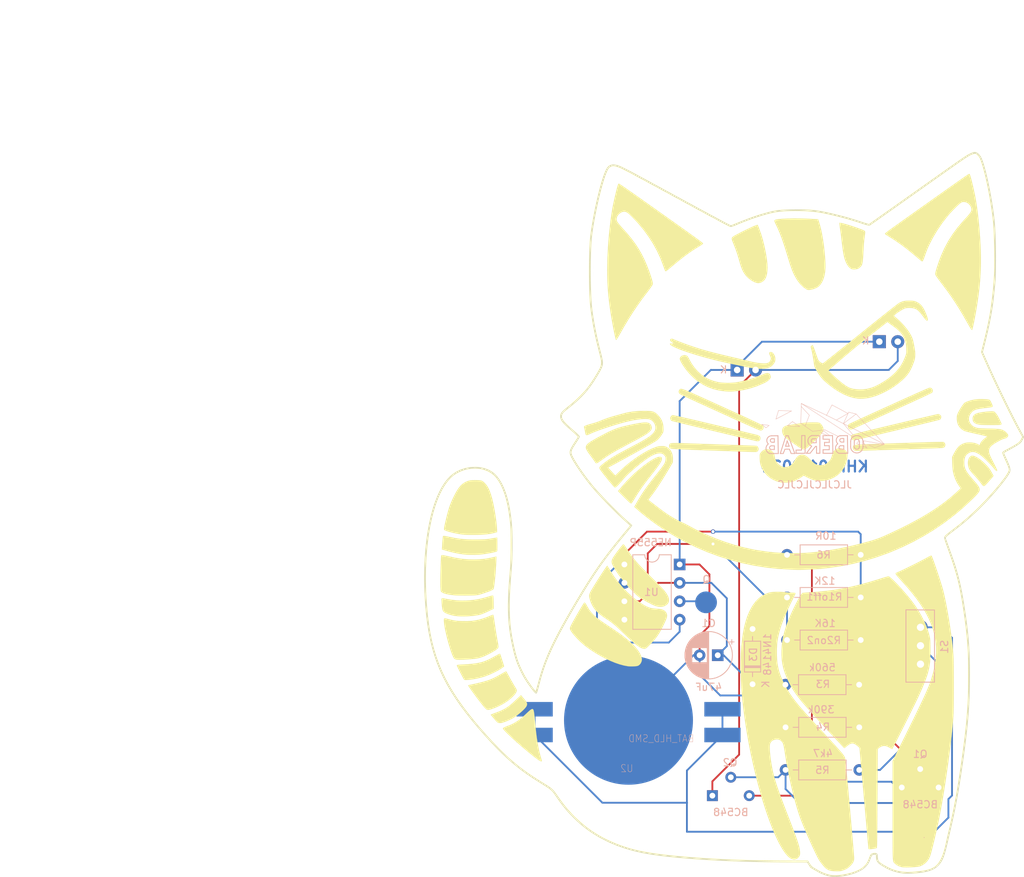
<source format=kicad_pcb>
(kicad_pcb (version 20240108) (generator "pcbnew") (generator_version "8.0")
  (layers (0 "F.Cu" signal) (31 "B.Cu" signal) (34 "B.Paste" user) (35 "F.Paste" user) (36 "B.SilkS" user "B.Silkscreen") (37 "F.SilkS" user "F.Silkscreen") (38 "B.Mask" user) (39 "F.Mask" user) (44 "Edge.Cuts" user))
  (net 0 "")
  (net 1 "Net-(D3-K)")
  (net 2 "Net-(D1-K)")
  (net 3 "Net-(D1-A)")
  (net 4 "Net-(D3-A)")
  (net 5 "Net-(Q1-B)")
  (net 6 "Net-(Q1-C)")
  (net 7 "Net-(Q2-C)")
  (net 8 "Net-(S1-E)")
  (net 9 "Net-(S1-A-Pad1)")
  (net 11 "unconnected-(U1-Q-Pad3)")
  (footprint "LOGO" (layer "F.Cu") (at -18 15.7)
    (property "Reference" "G***" (hide yes))
    (property "Value" "LOGO" (hide yes))
  )
  (footprint "!Goody:LED_D3.0mm" (layer "F.Cu") (at 100.425 61.415)
    (property "Reference" "D2" (hide yes))
    (property "Value" "LED")
  )
  (footprint "!Goody:ob-logo_B.SilkS" (layer "F.Cu") (at 98 90.765)
    (property "Reference" "G***" (hide yes))
    (property "Value" "LOGO" (hide yes))
  )
  (footprint "!Goody:TO-92L_Wide" (layer "F.Cu") (at 77.41 124.04)
    (property "Reference" "Q2" (hide yes))
    (property "Value" "BC107" (hide yes))
  )
  (footprint "!Goody:TO-92L_Wide" (layer "F.Cu") (at 103.52 122.91)
    (property "Reference" "Q1")
    (property "Value" "BC107")
  )
  (footprint "LOGO" (layer "F.Cu") (at 83.835589 83.92441)
    (property "Reference" "G***" (hide yes))
    (property "Value" "LOGO" (hide yes))
  )
  (footprint "!Goody:LED_D3.0mm" (layer "F.Cu") (at 80.825 65.315)
    (property "Reference" "D1" (hide yes))
    (property "Value" "LED")
  )
  (footprint "LOGO" (layer "F.Cu") (at 83.835589 83.92441)
    (property "Reference" "G***" (hide yes))
    (property "Value" "LOGO" (hide yes))
  )
  (footprint "Resistor_THT:R_Axial_DIN0207_L6.3mm_D2.5mm_P10.16mm_Horizontal" (layer "B.Cu") (at 97.86 90.815 180)
    (property "Reference" "R6")
    (property "Value" "10R")
  )
  (footprint "Resistor_THT:R_Axial_DIN0207_L6.3mm_D2.5mm_P10.16mm_Horizontal" (layer "B.Cu") (at 87.48376 108.7316)
    (property "Reference" "R3")
    (property "Value" "560k")
  )
  (footprint "Diode_THT:D_DO-35_SOD27_P7.62mm_Horizontal" (layer "B.Cu") (at 82.95 108.665 90)
    (property "Reference" "D3")
    (property "Value" "1N4148")
  )
  (footprint "!Goody:Micro_SchalterKHF" (layer "B.Cu") (at 106.1 100.815 -90)
    (property "Reference" "S1")
    (property "Value" "Micro_Schalter")
  )
  (footprint "Resistor_THT:R_Axial_DIN0207_L6.3mm_D2.5mm_P10.16mm_Horizontal" (layer "B.Cu") (at 97.66 120.4872 180)
    (property "Reference" "R5")
    (property "Value" "4k7")
  )
  (footprint "!Goody:BAT-HLD-SMD-Blech" (layer "B.Cu") (at 65.846 113.639 180)
    (property "Reference" "U2")
    (property "Value" "BAT_HLD_SMD")
  )
  (footprint "Resistor_THT:R_Axial_DIN0207_L6.3mm_D2.5mm_P10.16mm_Horizontal" (layer "B.Cu") (at 97.86 102.5706 180)
    (property "Reference" "R2on2")
    (property "Value" "16K")
  )
  (footprint "Resistor_THT:R_Axial_DIN0207_L6.3mm_D2.5mm_P10.16mm_Horizontal" (layer "B.Cu") (at 97.86 96.6928 180)
    (property "Reference" "R1off1")
    (property "Value" "12K")
  )
  (footprint "Resistor_THT:R_Axial_DIN0207_L6.3mm_D2.5mm_P10.16mm_Horizontal" (layer "B.Cu") (at 97.66 114.6094 180)
    (property "Reference" "R4")
    (property "Value" "390k")
  )
  (footprint "Package_DIP:DIP-8_W7.62mm" (layer "B.Cu") (at 72.9 92.145 180)
    (property "Reference" "U1")
    (property "Value" "NE555P")
  )
  (footprint "Capacitor_THT:CP_Radial_D6.3mm_P2.50mm" (layer "B.Cu") (at 78.15 104.665 180)
    (property "Reference" "C1")
    (property "Value" "47uF")
  )
  (footprint "!Goody:LP" (layer "B.Cu") (at 76.54 97.37 180)
    (property "Reference" "Q")
    (property "Value" "LP")
  )
  (gr_line (start 46.498289 79.16861) (end 46.875789 79.37221) (stroke (width 0.1)) (layer "Edge.Cuts"))
  (gr_line (start 62.204589 64.51351) (end 62.214189 64.34391) (stroke (width 0.1)) (layer "Edge.Cuts"))
  (gr_line (start 58.300589 126.99981) (end 57.695189 126.36191) (stroke (width 0.1)) (layer "Edge.Cuts"))
  (gr_line (start 48.944389 82.62171) (end 49.146389 83.34751) (stroke (width 0.1)) (layer "Edge.Cuts"))
  (gr_line (start 61.507589 61.25471) (end 61.232089 59.96431) (stroke (width 0.1)) (layer "Edge.Cuts"))
  (gr_line (start 46.094289 79.00891) (end 46.498289 79.16861) (stroke (width 0.1)) (layer "Edge.Cuts"))
  (gr_line (start 63.530389 37.09217) (end 63.655889 37.0662) (stroke (width 0.1)) (layer "Edge.Cuts"))
  (gr_line (start 60.695889 46.88861) (end 60.749989 46.44421) (stroke (width 0.1)) (layer "Edge.Cuts"))
  (gr_line (start 107.235589 134.36541) (end 106.830889 134.46441) (stroke (width 0.1)) (layer "Edge.Cuts"))
  (gr_line (start 37.849049 91.57551) (end 37.943089 90.22951) (stroke (width 0.1)) (layer "Edge.Cuts"))
  (gr_line (start 57.703889 99.01921) (end 58.834089 97.08991) (stroke (width 0.1)) (layer "Edge.Cuts"))
  (gr_line (start 111.887789 119.24001) (end 111.420889 122.36911) (stroke (width 0.1)) (layer "Edge.Cuts"))
  (gr_line (start 43.853289 78.85491) (end 44.314389 78.80091) (stroke (width 0.1)) (layer "Edge.Cuts"))
  (gr_line (start 58.983789 74.60851) (end 59.028089 74.50131) (stroke (width 0.1)) (layer "Edge.Cuts"))
  (gr_line (start 49.765989 88.79941) (end 49.767189 89.86981) (stroke (width 0.1)) (layer "Edge.Cuts"))
  (gr_line (start 63.944089 37.07227) (end 64.115789 37.10732) (stroke (width 0.1)) (layer "Edge.Cuts"))
  (gr_line (start 91.056989 43.33831) (end 91.897489 43.42791) (stroke (width 0.1)) (layer "Edge.Cuts"))
  (gr_line (start 51.175889 107.04941) (end 51.379689 107.43921) (stroke (width 0.1)) (layer "Edge.Cuts"))
  (gr_line (start 65.608089 86.22561) (end 65.078789 85.75311) (stroke (width 0.1)) (layer "Edge.Cuts"))
  (gr_line (start 118.411089 79.20631) (end 118.372789 79.33761) (stroke (width 0.1)) (layer "Edge.Cuts"))
  (gr_line (start 49.767189 89.86981) (end 49.738389 90.98031) (stroke (width 0.1)) (layer "Edge.Cuts"))
  (gr_line (start 61.232089 59.96431) (end 60.982689 58.58871) (stroke (width 0.1)) (layer "Edge.Cuts"))
  (gr_line (start 120.072489 74.97741) (end 120.005889 75.09951) (stroke (width 0.1)) (layer "Edge.Cuts"))
  (gr_line (start 109.366589 132.04741) (end 109.182089 132.54341) (stroke (width 0.1)) (layer "Edge.Cuts"))
  (gr_line (start 112.823689 107.44661) (end 112.812989 108.88261) (stroke (width 0.1)) (layer "Edge.Cuts"))
  (gr_line (start 56.649589 71.31761) (end 56.717089 71.20691) (stroke (width 0.1)) (layer "Edge.Cuts"))
  (gr_line (start 49.247789 118.88941) (end 48.376089 118.06851) (stroke (width 0.1)) (layer "Edge.Cuts"))
  (gr_line (start 52.008589 108.45601) (end 52.500489 109.14381) (stroke (width 0.1)) (layer "Edge.Cuts"))
  (gr_line (start 60.579389 54.81041) (end 60.535389 53.32571) (stroke (width 0.1)) (layer "Edge.Cuts"))
  (gr_line (start 97.404589 44.79381) (end 97.877389 44.95991) (stroke (width 0.1)) (layer "Edge.Cuts"))
  (gr_line (start 112.797189 105.16001) (end 112.817289 106.24331) (stroke (width 0.1)) (layer "Edge.Cuts"))
  (gr_line (start 47.531889 79.91221) (end 47.702689 80.10951) (stroke (width 0.1)) (layer "Edge.Cuts"))
  (gr_line (start 40.318089 81.32161) (end 40.538589 80.98231) (stroke (width 0.1)) (layer "Edge.Cuts"))
  (gr_line (start 56.539789 71.75251) (end 56.563889 71.57021) (stroke (width 0.1)) (layer "Edge.Cuts"))
  (gr_line (start 47.702689 80.10951) (end 47.866889 80.32391) (stroke (width 0.1)) (layer "Edge.Cuts"))
  (gr_line (start 116.338789 53.08921) (end 116.147689 55.00491) (stroke (width 0.1)) (layer "Edge.Cuts"))
  (gr_line (start 101.910889 134.20141) (end 101.451189 133.97841) (stroke (width 0.1)) (layer "Edge.Cuts"))
  (gr_line (start 99.273189 132.31441) (end 99.189489 132.52841) (stroke (width 0.1)) (layer "Edge.Cuts"))
  (gr_line (start 97.123589 134.63041) (end 96.674489 134.77941) (stroke (width 0.1)) (layer "Edge.Cuts"))
  (gr_line (start 90.872189 133.67141) (end 90.760289 133.51041) (stroke (width 0.1)) (layer "Edge.Cuts"))
  (gr_line (start 112.184589 36.0373) (end 112.779689 35.66872) (stroke (width 0.1)) (layer "Edge.Cuts"))
  (gr_line (start 60.520289 51.74591) (end 60.534189 50.16931) (stroke (width 0.1)) (layer "Edge.Cuts"))
  (gr_line (start 118.202289 79.67281) (end 117.881189 80.14711) (stroke (width 0.1)) (layer "Edge.Cuts"))
  (gr_line (start 51.948889 121.03851) (end 51.014489 120.35801) (stroke (width 0.1)) (layer "Edge.Cuts"))
  (gr_line (start 110.474189 127.37491) (end 110.178489 128.66351) (stroke (width 0.1)) (layer "Edge.Cuts"))
  (gr_line (start 90.139689 43.28061) (end 91.056989 43.33831) (stroke (width 0.1)) (layer "Edge.Cuts"))
  (gr_line (start 60.753989 57.10021) (end 60.699489 56.64351) (stroke (width 0.1)) (layer "Edge.Cuts"))
  (gr_line (start 55.043789 123.03071) (end 54.779789 122.84541) (stroke (width 0.1)) (layer "Edge.Cuts"))
  (gr_line (start 59.028089 74.50131) (end 58.939589 74.39151) (stroke (width 0.1)) (layer "Edge.Cuts"))
  (gr_line (start 63.792289 37.05906) (end 63.944089 37.07227) (stroke (width 0.1)) (layer "Edge.Cuts"))
  (gr_line (start 49.492389 100.79351) (end 49.572989 101.41851) (stroke (width 0.1)) (layer "Edge.Cuts"))
  (gr_line (start 114.997789 83.55161) (end 114.126689 84.43101) (stroke (width 0.1)) (layer "Edge.Cuts"))
  (gr_line (start 116.415289 49.00821) (end 116.424589 50.26611) (stroke (width 0.1)) (layer "Edge.Cuts"))
  (gr_line (start 61.054889 81.60181) (end 60.612589 81.07201) (stroke (width 0.1)) (layer "Edge.Cuts"))
  (gr_line (start 107.603089 134.23941) (end 107.235589 134.36541) (stroke (width 0.1)) (layer "Edge.Cuts"))
  (gr_line (start 117.881189 80.14711) (end 117.378689 80.81151) (stroke (width 0.1)) (layer "Edge.Cuts"))
  (gr_line (start 60.648989 47.42001) (end 60.695889 46.88861) (stroke (width 0.1)) (layer "Edge.Cuts"))
  (gr_line (start 98.945689 133.18141) (end 98.844089 133.36541) (stroke (width 0.1)) (layer "Edge.Cuts"))
  (gr_line (start 66.869989 131.65741) (end 65.942089 131.40941) (stroke (width 0.1)) (layer "Edge.Cuts"))
  (gr_line (start 102.180889 134.31141) (end 101.910889 134.20141) (stroke (width 0.1)) (layer "Edge.Cuts"))
  (gr_line (start 50.120689 119.64711) (end 49.247789 118.88941) (stroke (width 0.1)) (layer "Edge.Cuts"))
  (gr_line (start 116.424589 50.26611) (end 116.415689 51.42211) (stroke (width 0.1)) (layer "Edge.Cuts"))
  (gr_line (start 102.078189 43.16791) (end 106.328589 40.15771) (stroke (width 0.1)) (layer "Edge.Cuts"))
  (gr_line (start 99.371789 132.18141) (end 99.319089 132.23941) (stroke (width 0.1)) (layer "Edge.Cuts"))
  (gr_line (start 110.018989 87.88331) (end 109.682189 88.17141) (stroke (width 0.1)) (layer "Edge.Cuts"))
  (gr_line (start 58.436889 75.46741) (end 58.857489 74.82641) (stroke (width 0.1)) (layer "Edge.Cuts"))
  (gr_line (start 112.623489 112.94441) (end 112.497589 114.34611) (stroke (width 0.1)) (layer "Edge.Cuts"))
  (gr_line (start 56.717089 71.20691) (end 56.819389 71.08781) (stroke (width 0.1)) (layer "Edge.Cuts"))
  (gr_line (start 102.477089 134.41541) (end 102.180889 134.31141) (stroke (width 0.1)) (layer "Edge.Cuts"))
  (gr_line (start 119.687389 75.43871) (end 119.314789 75.69041) (stroke (width 0.1)) (layer "Edge.Cuts"))
  (gr_line (start 62.214189 64.34391) (end 62.205789 64.16291) (stroke (width 0.1)) (layer "Edge.Cuts"))
  (gr_line (start 49.146389 83.34751) (end 49.320789 84.12931) (stroke (width 0.1)) (layer "Edge.Cuts"))
  (gr_line (start 61.630989 41.73941) (end 61.966089 40.38021) (stroke (width 0.1)) (layer "Edge.Cuts"))
  (gr_line (start 104.785889 134.69841) (end 104.339689 134.70941) (stroke (width 0.1)) (layer "Edge.Cuts"))
  (gr_line (start 58.939589 74.39151) (end 58.703989 74.16681) (stroke (width 0.1)) (layer "Edge.Cuts"))
  (gr_line (start 110.851289 92.44301) (end 111.138689 93.41291) (stroke (width 0.1)) (layer "Edge.Cuts"))
  (gr_line (start 42.511289 79.26541) (end 42.946789 79.08751) (stroke (width 0.1)) (layer "Edge.Cuts"))
  (gr_line (start 63.340189 130.45841) (end 62.532689 130.07141) (stroke (width 0.1)) (layer "Edge.Cuts"))
  (gr_line (start 64.177389 130.81041) (end 63.340189 130.45841) (stroke (width 0.1)) (layer "Edge.Cuts"))
  (gr_line (start 57.182789 70.76801) (end 57.849389 70.24531) (stroke (width 0.1)) (layer "Edge.Cuts"))
  (gr_line (start 115.067389 60.96421) (end 114.593889 62.85261) (stroke (width 0.1)) (layer "Edge.Cuts"))
  (gr_line (start 94.914089 135.12841) (end 94.565989 135.15741) (stroke (width 0.1)) (layer "Edge.Cuts"))
  (gr_line (start 49.589289 93.31291) (end 49.447089 95.13351) (stroke (width 0.1)) (layer "Edge.Cuts"))
  (gr_line (start 116.387489 52.39131) (end 116.338789 53.08921) (stroke (width 0.1)) (layer "Edge.Cuts"))
  (gr_line (start 44.773989 78.78891) (end 45.227189 78.81941) (stroke (width 0.1)) (layer "Edge.Cuts"))
  (gr_line (start 56.046189 124.22941) (end 55.623689 123.61761) (stroke (width 0.1)) (layer "Edge.Cuts"))
  (gr_line (start 64.214189 89.23481) (end 65.121689 88.13091) (stroke (width 0.1)) (layer "Edge.Cuts"))
  (gr_line (start 59.796889 68.43361) (end 60.214789 67.93061) (stroke (width 0.1)) (layer "Edge.Cuts"))
  (gr_line (start 118.115289 78.13281) (end 118.276989 78.53131) (stroke (width 0.1)) (layer "Edge.Cuts"))
  (gr_line (start 50.350889 105.04551) (end 50.477989 105.42551) (stroke (width 0.1)) (layer "Edge.Cuts"))
  (gr_line (start 60.612589 81.07201) (end 60.055389 80.35121) (stroke (width 0.1)) (layer "Edge.Cuts"))
  (gr_line (start 101.100989 133.77341) (end 100.740889 133.54041) (stroke (width 0.1)) (layer "Edge.Cuts"))
  (gr_line (start 95.595389 44.25791) (end 96.860389 44.61971) (stroke (width 0.1)) (layer "Edge.Cuts"))
  (gr_line (start 63.174989 37.26799) (end 63.411489 37.13546) (stroke (width 0.1)) (layer "Edge.Cuts"))
  (gr_line (start 53.254489 109.43521) (end 53.510989 108.45671) (stroke (width 0.1)) (layer "Edge.Cuts"))
  (gr_line (start 97.511889 134.46941) (end 97.123589 134.63041) (stroke (width 0.1)) (layer "Edge.Cuts"))
  (gr_line (start 56.565289 71.94291) (end 56.539789 71.75251) (stroke (width 0.1)) (layer "Edge.Cuts"))
  (gr_line (start 60.404689 94.52761) (end 61.138489 93.40091) (stroke (width 0.1)) (layer "Edge.Cuts"))
  (gr_line (start 61.391689 66.20031) (end 61.727489 65.63671) (stroke (width 0.1)) (layer "Edge.Cuts"))
  (gr_line (start 61.138489 93.40091) (end 61.865689 92.33771) (stroke (width 0.1)) (layer "Edge.Cuts"))
  (gr_line (start 118.372789 79.33761) (end 118.304489 79.49101) (stroke (width 0.1)) (layer "Edge.Cuts"))
  (gr_line (start 57.117889 125.68771) (end 56.568289 124.97691) (stroke (width 0.1)) (layer "Edge.Cuts"))
  (gr_line (start 94.156889 43.89431) (end 95.595389 44.25791) (stroke (width 0.1)) (layer "Edge.Cuts"))
  (gr_line (start 41.495489 109.67321) (end 40.905189 108.66231) (stroke (width 0.1)) (layer "Edge.Cuts"))
  (gr_line (start 110.522489 91.44941) (end 110.851289 92.44301) (stroke (width 0.1)) (layer "Edge.Cuts"))
  (gr_line (start 116.147689 55.00491) (end 116.078089 55.66271) (stroke (width 0.1)) (layer "Edge.Cuts"))
  (gr_line (start 42.152489 110.69321) (end 41.495489 109.67321) (stroke (width 0.1)) (layer "Edge.Cuts"))
  (gr_line (start 80.351689 45.35051) (end 81.134789 45.02371) (stroke (width 0.1)) (layer "Edge.Cuts"))
  (gr_line (start 39.174589 83.84431) (end 39.343189 83.36961) (stroke (width 0.1)) (layer "Edge.Cuts"))
  (gr_line (start 62.205789 64.16291) (end 62.137389 63.74151) (stroke (width 0.1)) (layer "Edge.Cuts"))
  (gr_line (start 94.565989 135.15741) (end 94.230289 135.15641) (stroke (width 0.1)) (layer "Edge.Cuts"))
  (gr_line (start 115.444289 59.35481) (end 115.067389 60.96421) (stroke (width 0.1)) (layer "Edge.Cuts"))
  (gr_line (start 39.911189 106.63981) (end 39.500589 105.61441) (stroke (width 0.1)) (layer "Edge.Cuts"))
  (gr_line (start 57.894889 76.96571) (end 57.852689 76.82881) (stroke (width 0.1)) (layer "Edge.Cuts"))
  (gr_line (start 65.044589 131.12741) (end 64.177389 130.81041) (stroke (width 0.1)) (layer "Edge.Cuts"))
  (gr_line (start 53.510989 108.45671) (end 53.840289 107.26951) (stroke (width 0.1)) (layer "Edge.Cuts"))
  (gr_line (start 68.537889 131.99841) (end 67.828589 131.86941) (stroke (width 0.1)) (layer "Edge.Cuts"))
  (gr_line (start 97.877389 44.95991) (end 98.302089 45.10781) (stroke (width 0.1)) (layer "Edge.Cuts"))
  (gr_line (start 63.655889 37.0662) (end 63.792289 37.05906) (stroke (width 0.1)) (layer "Edge.Cuts"))
  (gr_line (start 100.452589 133.36841) (end 100.342489 133.26541) (stroke (width 0.1)) (layer "Edge.Cuts"))
  (gr_line (start 38.354729 101.25621) (end 38.175339 100.06781) (stroke (width 0.1)) (layer "Edge.Cuts"))
  (gr_line (start 61.628489 82.24611) (end 61.054889 81.60181) (stroke (width 0.1)) (layer "Edge.Cuts"))
  (gr_line (start 111.622489 95.42101) (end 111.835689 96.52871) (stroke (width 0.1)) (layer "Edge.Cuts"))
  (gr_line (start 114.019589 35.54061) (end 114.233189 35.77095) (stroke (width 0.1)) (layer "Edge.Cuts"))
  (gr_line (start 53.125189 109.86481) (end 53.254489 109.43521) (stroke (width 0.1)) (layer "Edge.Cuts"))
  (gr_line (start 55.257189 103.62141) (end 55.933789 102.24571) (stroke (width 0.1)) (layer "Edge.Cuts"))
  (gr_line (start 104.339689 134.70941) (end 103.917589 134.69241) (stroke (width 0.1)) (layer "Edge.Cuts"))
  (gr_line (start 91.267389 134.04541) (end 91.142389 133.95541) (stroke (width 0.1)) (layer "Edge.Cuts"))
  (gr_line (start 117.509789 76.68941) (end 117.517189 76.75691) (stroke (width 0.1)) (layer "Edge.Cuts"))
  (gr_line (start 49.674589 86.78821) (end 49.734989 87.77141) (stroke (width 0.1)) (layer "Edge.Cuts"))
  (gr_line (start 91.583889 134.20241) (end 91.267189 134.04541) (stroke (width 0.1)) (layer "Edge.Cuts"))
  (gr_line (start 43.680289 112.78811) (end 42.879589 111.72921) (stroke (width 0.1)) (layer "Edge.Cuts"))
  (gr_line (start 92.150289 134.55841) (end 91.848689 134.38041) (stroke (width 0.1)) (layer "Edge.Cuts"))
  (gr_line (start 57.934989 73.50311) (end 57.546089 73.17121) (stroke (width 0.1)) (layer "Edge.Cuts"))
  (gr_line (start 118.276989 78.53131) (end 118.384589 78.86421) (stroke (width 0.1)) (layer "Edge.Cuts"))
  (gr_line (start 84.774289 43.75371) (end 85.342389 43.60361) (stroke (width 0.1)) (layer "Edge.Cuts"))
  (gr_line (start 51.587889 107.80571) (end 52.008589 108.45601) (stroke (width 0.1)) (layer "Edge.Cuts"))
  (gr_line (start 49.734989 87.77141) (end 49.765989 88.79941) (stroke (width 0.1)) (layer "Edge.Cuts"))
  (gr_line (start 116.078089 55.66271) (end 115.988689 56.35131) (stroke (width 0.1)) (layer "Edge.Cuts"))
  (gr_line (start 98.362289 133.93141) (end 98.126389 134.11741) (stroke (width 0.1)) (layer "Edge.Cuts"))
  (gr_line (start 86.533189 43.37761) (end 87.342389 43.30341) (stroke (width 0.1)) (layer "Edge.Cuts"))
  (gr_line (start 37.797299 92.96391) (end 37.849049 91.57551) (stroke (width 0.1)) (layer "Edge.Cuts"))
  (gr_line (start 61.308189 43.23521) (end 61.630989 41.73941) (stroke (width 0.1)) (layer "Edge.Cuts"))
  (gr_line (start 61.727489 65.63671) (end 61.971089 65.20081) (stroke (width 0.1)) (layer "Edge.Cuts"))
  (gr_line (start 99.713589 132.07341) (end 99.510189 132.10841) (stroke (width 0.1)) (layer "Edge.Cuts"))
  (gr_line (start 40.767389 80.66801) (end 41.004189 80.37971) (stroke (width 0.1)) (layer "Edge.Cuts"))
  (gr_line (start 54.962889 104.26701) (end 55.257189 103.62141) (stroke (width 0.1)) (layer "Edge.Cuts"))
  (gr_line (start 58.388789 69.80971) (end 58.889389 69.36681) (stroke (width 0.1)) (layer "Edge.Cuts"))
  (gr_line (start 40.538589 80.98231) (end 40.767389 80.66801) (stroke (width 0.1)) (layer "Edge.Cuts"))
  (gr_line (start 113.805189 35.40038) (end 113.914889 35.4583) (stroke (width 0.1)) (layer "Edge.Cuts"))
  (gr_line (start 117.378689 80.81151) (end 116.635389 81.73061) (stroke (width 0.1)) (layer "Edge.Cuts"))
  (gr_line (start 46.557589 116.17191) (end 45.515789 115.00251) (stroke (width 0.1)) (layer "Edge.Cuts"))
  (gr_line (start 106.328589 40.15771) (end 110.388089 37.28216) (stroke (width 0.1)) (layer "Edge.Cuts"))
  (gr_line (start 113.685889 35.36869) (end 113.805189 35.40038) (stroke (width 0.1)) (layer "Edge.Cuts"))
  (gr_line (start 110.562689 87.47651) (end 110.018989 87.88331) (stroke (width 0.1)) (layer "Edge.Cuts"))
  (gr_line (start 62.128189 64.84291) (end 62.176189 64.67771) (stroke (width 0.1)) (layer "Edge.Cuts"))
  (gr_line (start 112.132789 117.45491) (end 111.887789 119.24001) (stroke (width 0.1)) (layer "Edge.Cuts"))
  (gr_line (start 97.844489 134.29741) (end 97.511889 134.46941) (stroke (width 0.1)) (layer "Edge.Cuts"))
  (gr_line (start 58.313889 77.79621) (end 58.057289 77.32881) (stroke (width 0.1)) (layer "Edge.Cuts"))
  (gr_line (start 102.799289 134.50841) (end 102.477089 134.41541) (stroke (width 0.1)) (layer "Edge.Cuts"))
  (gr_line (start 116.036089 43.21791) (end 116.220289 44.64831) (stroke (width 0.1)) (layer "Edge.Cuts"))
  (gr_line (start 111.835689 96.52871) (end 112.040889 97.75191) (stroke (width 0.1)) (layer "Edge.Cuts"))
  (gr_line (start 114.344189 35.94121) (end 114.463689 36.1933) (stroke (width 0.1)) (layer "Edge.Cuts"))
  (gr_line (start 93.601089 135.08341) (end 93.310389 135.01841) (stroke (width 0.1)) (layer "Edge.Cuts"))
  (gr_line (start 99.090389 132.83341) (end 98.945689 133.18141) (stroke (width 0.1)) (layer "Edge.Cuts"))
  (gr_line (start 62.773989 37.8942) (end 62.917889 37.60135) (stroke (width 0.1)) (layer "Edge.Cuts"))
  (gr_line (start 84.138089 133.10341) (end 81.379889 133.03041) (stroke (width 0.1)) (layer "Edge.Cuts"))
  (gr_line (start 37.905179 97.32581) (end 37.824429 95.84491) (stroke (width 0.1)) (layer "Edge.Cuts"))
  (gr_line (start 38.573529 102.39821) (end 38.354729 101.25621) (stroke (width 0.1)) (layer "Edge.Cuts"))
  (gr_line (start 79.968989 45.48641) (end 80.351689 45.35051) (stroke (width 0.1)) (layer "Edge.Cuts"))
  (gr_line (start 56.777489 72.36571) (end 56.643489 72.14581) (stroke (width 0.1)) (layer "Edge.Cuts"))
  (gr_line (start 37.943089 90.22951) (end 38.078499 88.93171) (stroke (width 0.1)) (layer "Edge.Cuts"))
  (gr_line (start 57.980189 76.22081) (end 58.166389 75.88141) (stroke (width 0.1)) (layer "Edge.Cuts"))
  (gr_line (start 120.005889 75.09951) (end 119.923589 75.21391) (stroke (width 0.1)) (layer "Edge.Cuts"))
  (gr_line (start 100.740889 133.54041) (end 100.585089 133.45941) (stroke (width 0.1)) (layer "Edge.Cuts"))
  (gr_line (start 110.388089 37.28216) (end 111.399989 36.57017) (stroke (width 0.1)) (layer "Edge.Cuts"))
  (gr_line (start 52.500489 109.14381) (end 52.920389 109.67731) (stroke (width 0.1)) (layer "Edge.Cuts"))
  (gr_line (start 115.500089 64.91531) (end 116.444089 66.96931) (stroke (width 0.1)) (layer "Edge.Cuts"))
  (gr_line (start 61.966089 40.38021) (end 62.300689 39.20541) (stroke (width 0.1)) (layer "Edge.Cuts"))
  (gr_line (start 100.342489 133.26541) (end 100.254089 133.14741) (stroke (width 0.1)) (layer "Edge.Cuts"))
  (gr_line (start 112.779689 35.66872) (end 113.017989 35.54141) (stroke (width 0.1)) (layer "Edge.Cuts"))
  (gr_line (start 114.463689 36.1933) (end 114.590389 36.52065) (stroke (width 0.1)) (layer "Edge.Cuts"))
  (gr_line (start 112.817289 106.24331) (end 112.823689 107.44661) (stroke (width 0.1)) (layer "Edge.Cuts"))
  (gr_line (start 110.143789 90.39741) (end 110.522489 91.44941) (stroke (width 0.1)) (layer "Edge.Cuts"))
  (gr_line (start 112.705689 103.20681) (end 112.760789 104.16011) (stroke (width 0.1)) (layer "Edge.Cuts"))
  (gr_line (start 115.279689 39.05751) (end 115.554089 40.37011) (stroke (width 0.1)) (layer "Edge.Cuts"))
  (gr_line (start 106.830889 134.46441) (end 106.386389 134.54041) (stroke (width 0.1)) (layer "Edge.Cuts"))
  (gr_line (start 103.519889 134.65141) (end 103.146989 134.58841) (stroke (width 0.1)) (layer "Edge.Cuts"))
  (gr_line (start 117.523389 76.65951) (end 117.509789 76.68941) (stroke (width 0.1)) (layer "Edge.Cuts"))
  (gr_line (start 59.643389 95.74741) (end 60.404689 94.52761) (stroke (width 0.1)) (layer "Edge.Cuts"))
  (gr_line (start 116.635389 81.73061) (end 115.837889 82.64771) (stroke (width 0.1)) (layer "Edge.Cuts"))
  (gr_line (start 60.535389 53.32571) (end 60.520289 51.74591) (stroke (width 0.1)) (layer "Edge.Cuts"))
  (gr_line (start 71.274089 132.36041) (end 70.269989 132.24541) (stroke (width 0.1)) (layer "Edge.Cuts"))
  (gr_line (start 66.251789 38.09113) (end 67.296689 38.6548) (stroke (width 0.1)) (layer "Edge.Cuts"))
  (gr_line (start 54.694989 104.89111) (end 54.962889 104.26701) (stroke (width 0.1)) (layer "Edge.Cuts"))
  (gr_line (start 40.905189 108.66231) (end 40.378289 107.65351) (stroke (width 0.1)) (layer "Edge.Cuts"))
  (gr_line (start 114.593889 62.85261) (end 115.500089 64.91531) (stroke (width 0.1)) (layer "Edge.Cuts"))
  (gr_line (start 108.510289 133.62941) (end 108.237689 133.87741) (stroke (width 0.1)) (layer "Edge.Cuts"))
  (gr_line (start 94.230289 135.15641) (end 93.908189 135.13041) (stroke (width 0.1)) (layer "Edge.Cuts"))
  (gr_line (start 116.444089 66.96931) (end 117.661489 69.49991) (stroke (width 0.1)) (layer "Edge.Cuts"))
  (gr_line (start 43.395789 78.95051) (end 43.853289 78.85491) (stroke (width 0.1)) (layer "Edge.Cuts"))
  (gr_line (start 38.175339 100.06781) (end 38.031959 98.82601) (stroke (width 0.1)) (layer "Edge.Cuts"))
  (gr_line (start 100.139489 132.85441) (end 100.111789 132.67541) (stroke (width 0.1)) (layer "Edge.Cuts"))
  (gr_line (start 62.917889 37.60135) (end 63.052089 37.39062) (stroke (width 0.1)) (layer "Edge.Cuts"))
  (gr_line (start 54.018189 122.37361) (end 52.943589 121.70491) (stroke (width 0.1)) (layer "Edge.Cuts"))
  (gr_line (start 117.588889 76.98731) (end 117.725589 77.31621) (stroke (width 0.1)) (layer "Edge.Cuts"))
  (gr_line (start 91.897489 43.42791) (end 92.619589 43.54911) (stroke (width 0.1)) (layer "Edge.Cuts"))
  (gr_line (start 109.535789 131.47341) (end 109.366589 132.04741) (stroke (width 0.1)) (layer "Edge.Cuts"))
  (gr_line (start 62.137389 63.74151) (end 62.005189 63.19971) (stroke (width 0.1)) (layer "Edge.Cuts"))
  (gr_line (start 64.115789 37.10732) (end 64.311889 37.16573) (stroke (width 0.1)) (layer "Edge.Cuts"))
  (gr_line (start 65.078789 85.75311) (end 64.443089 85.14981) (stroke (width 0.1)) (layer "Edge.Cuts"))
  (gr_line (start 91.267389 134.04541) (end 91.267389 134.04541) (stroke (width 0.1)) (layer "Edge.Cuts"))
  (gr_line (start 54.228789 106.09411) (end 54.450989 105.49851) (stroke (width 0.1)) (layer "Edge.Cuts"))
  (gr_line (start 111.442489 86.80851) (end 110.562689 87.47651) (stroke (width 0.1)) (layer "Edge.Cuts"))
  (gr_line (start 48.458789 81.34721) (end 48.715089 81.95421) (stroke (width 0.1)) (layer "Edge.Cuts"))
  (gr_line (start 50.249989 104.69281) (end 50.350889 105.04551) (stroke (width 0.1)) (layer "Edge.Cuts"))
  (gr_line (start 48.376089 118.06851) (end 47.485889 117.16811) (stroke (width 0.1)) (layer "Edge.Cuts"))
  (gr_line (start 113.399489 35.39145) (end 113.552289 35.3651) (stroke (width 0.1)) (layer "Edge.Cuts"))
  (gr_line (start 47.866889 80.32391) (end 48.175989 80.80301) (stroke (width 0.1)) (layer "Edge.Cuts"))
  (gr_line (start 51.014489 120.35801) (end 50.120689 119.64711) (stroke (width 0.1)) (layer "Edge.Cuts"))
  (gr_line (start 63.010889 83.71431) (end 62.293689 82.96381) (stroke (width 0.1)) (layer "Edge.Cuts"))
  (gr_line (start 53.101989 109.86091) (end 53.125189 109.86481) (stroke (width 0.1)) (layer "Edge.Cuts"))
  (gr_line (start 85.854889 43.48561) (end 86.533189 43.37761) (stroke (width 0.1)) (layer "Edge.Cuts"))
  (gr_line (start 112.402289 100.25941) (end 112.528989 101.29311) (stroke (width 0.1)) (layer "Edge.Cuts"))
  (gr_line (start 41.004189 80.37971) (end 41.335789 80.04141) (stroke (width 0.1)) (layer "Edge.Cuts"))
  (gr_line (start 107.936289 134.07841) (end 107.603089 134.23941) (stroke (width 0.1)) (layer "Edge.Cuts"))
  (gr_line (start 62.176189 64.67771) (end 62.204589 64.51351) (stroke (width 0.1)) (layer "Edge.Cuts"))
  (gr_line (start 98.844089 133.36541) (end 98.716189 133.55341) (stroke (width 0.1)) (layer "Edge.Cuts"))
  (gr_line (start 58.703989 74.16681) (end 57.934989 73.50311) (stroke (width 0.1)) (layer "Edge.Cuts"))
  (gr_line (start 67.828589 131.86941) (end 66.869989 131.65741) (stroke (width 0.1)) (layer "Edge.Cuts"))
  (gr_line (start 111.392889 94.39401) (end 111.622489 95.42101) (stroke (width 0.1)) (layer "Edge.Cuts"))
  (gr_line (start 85.342389 43.60361) (end 85.854889 43.48561) (stroke (width 0.1)) (layer "Edge.Cuts"))
  (gr_line (start 49.383389 99.52481) (end 49.429289 100.16431) (stroke (width 0.1)) (layer "Edge.Cuts"))
  (gr_line (start 49.363489 96.74331) (end 49.344589 97.48441) (stroke (width 0.1)) (layer "Edge.Cuts"))
  (gr_line (start 44.314389 78.80091) (end 44.773989 78.78891) (stroke (width 0.1)) (layer "Edge.Cuts"))
  (gr_line (start 62.532689 130.07141) (end 61.754789 129.64841) (stroke (width 0.1)) (layer "Edge.Cuts"))
  (gr_line (start 65.942089 131.40941) (end 65.044589 131.12741) (stroke (width 0.1)) (layer "Edge.Cuts"))
  (gr_line (start 118.864589 71.91901) (end 119.370989 72.90301) (stroke (width 0.1)) (layer "Edge.Cuts"))
  (gr_line (start 47.485889 117.16811) (end 46.557589 116.17191) (stroke (width 0.1)) (layer "Edge.Cuts"))
  (gr_line (start 49.585189 85.85191) (end 49.674589 86.78821) (stroke (width 0.1)) (layer "Edge.Cuts"))
  (gr_line (start 81.684989 44.79541) (end 82.280089 44.56651) (stroke (width 0.1)) (layer "Edge.Cuts"))
  (gr_line (start 57.846789 76.61681) (end 57.872789 76.49791) (stroke (width 0.1)) (layer "Edge.Cuts"))
  (gr_line (start 38.835169 103.50051) (end 38.573529 102.39821) (stroke (width 0.1)) (layer "Edge.Cuts"))
  (gr_line (start 56.568289 124.97691) (end 56.046189 124.22941) (stroke (width 0.1)) (layer "Edge.Cuts"))
  (gr_line (start 73.522689 42.04251) (end 78.247689 44.60391) (stroke (width 0.1)) (layer "Edge.Cuts"))
  (gr_line (start 61.814789 62.48801) (end 61.507589 61.25471) (stroke (width 0.1)) (layer "Edge.Cuts"))
  (gr_line (start 62.606889 91.30871) (end 63.382789 90.28421) (stroke (width 0.1)) (layer "Edge.Cuts"))
  (gr_line (start 58.834089 97.08991) (end 59.643389 95.74741) (stroke (width 0.1)) (layer "Edge.Cuts"))
  (gr_line (start 116.388989 47.73281) (end 116.415289 49.00821) (stroke (width 0.1)) (layer "Edge.Cuts"))
  (gr_line (start 65.429889 37.6631) (end 66.251789 38.09113) (stroke (width 0.1)) (layer "Edge.Cuts"))
  (gr_line (start 51.379689 107.43921) (end 51.587889 107.80571) (stroke (width 0.1)) (layer "Edge.Cuts"))
  (gr_line (start 58.653389 78.35001) (end 58.313889 77.79621) (stroke (width 0.1)) (layer "Edge.Cuts"))
  (gr_line (start 88.240889 43.26281) (end 89.187189 43.25531) (stroke (width 0.1)) (layer "Edge.Cuts"))
  (gr_line (start 57.852689 76.82881) (end 57.838189 76.72471) (stroke (width 0.1)) (layer "Edge.Cuts"))
  (gr_line (start 39.500589 105.61441) (end 39.143089 104.57031) (stroke (width 0.1)) (layer "Edge.Cuts"))
  (gr_line (start 38.254329 87.68801) (end 38.469659 86.50411) (stroke (width 0.1)) (layer "Edge.Cuts"))
  (gr_line (start 54.779789 122.84541) (end 54.018189 122.37361) (stroke (width 0.1)) (layer "Edge.Cuts"))
  (gr_line (start 110.736589 126.15231) (end 110.474189 127.37491) (stroke (width 0.1)) (layer "Edge.Cuts"))
  (gr_line (start 115.837889 82.64771) (end 114.997789 83.55161) (stroke (width 0.1)) (layer "Edge.Cuts"))
  (gr_line (start 92.550189 134.75441) (end 92.150289 134.55841) (stroke (width 0.1)) (layer "Edge.Cuts"))
  (gr_line (start 41.335789 80.04141) (end 41.700789 79.74281) (stroke (width 0.1)) (layer "Edge.Cuts"))
  (gr_line (start 98.669389 45.21751) (end 98.939989 45.27841) (stroke (width 0.1)) (layer "Edge.Cuts"))
  (gr_line (start 101.451189 133.97841) (end 101.100989 133.77341) (stroke (width 0.1)) (layer "Edge.Cuts"))
  (gr_line (start 39.015089 84.33911) (end 39.174589 83.84431) (stroke (width 0.1)) (layer "Edge.Cuts"))
  (gr_line (start 55.623689 123.61761) (end 55.444489 123.39731) (stroke (width 0.1)) (layer "Edge.Cuts"))
  (gr_line (start 56.603089 71.43391) (end 56.649589 71.31761) (stroke (width 0.1)) (layer "Edge.Cuts"))
  (gr_line (start 62.293689 82.96381) (end 61.628489 82.24611) (stroke (width 0.1)) (layer "Edge.Cuts"))
  (gr_line (start 73.511289 132.57441) (end 71.274089 132.36041) (stroke (width 0.1)) (layer "Edge.Cuts"))
  (gr_line (start 96.159889 134.91441) (end 95.574689 135.03141) (stroke (width 0.1)) (layer "Edge.Cuts"))
  (gr_line (start 56.970489 72.60691) (end 56.777489 72.36571) (stroke (width 0.1)) (layer "Edge.Cuts"))
  (gr_line (start 52.943589 121.70491) (end 51.948889 121.03851) (stroke (width 0.1)) (layer "Edge.Cuts"))
  (gr_line (start 55.258289 123.20821) (end 55.043789 123.03071) (stroke (width 0.1)) (layer "Edge.Cuts"))
  (gr_line (start 62.463889 38.70224) (end 62.622189 38.26316) (stroke (width 0.1)) (layer "Edge.Cuts"))
  (gr_line (start 116.220289 44.64831) (end 116.290289 45.46821) (stroke (width 0.1)) (layer "Edge.Cuts"))
  (gr_line (start 86.838989 133.12841) (end 84.138089 133.10341) (stroke (width 0.1)) (layer "Edge.Cuts"))
  (gr_line (start 109.488489 88.45631) (end 109.489389 88.52931) (stroke (width 0.1)) (layer "Edge.Cuts"))
  (gr_line (start 113.552289 35.3651) (end 113.685889 35.36869) (stroke (width 0.1)) (layer "Edge.Cuts"))
  (gr_line (start 60.616189 67.39501) (end 61.006589 66.82031) (stroke (width 0.1)) (layer "Edge.Cuts"))
  (gr_line (start 66.253889 86.77471) (end 65.608089 86.22561) (stroke (width 0.1)) (layer "Edge.Cuts"))
  (gr_line (start 60.055389 80.35121) (end 59.535589 79.64541) (stroke (width 0.1)) (layer "Edge.Cuts"))
  (gr_line (start 38.078499 88.93171) (end 38.254329 87.68801) (stroke (width 0.1)) (layer "Edge.Cuts"))
  (gr_line (start 81.134789 45.02371) (end 81.684989 44.79541) (stroke (width 0.1)) (layer "Edge.Cuts"))
  (gr_line (start 42.094289 79.48401) (end 42.511289 79.26541) (stroke (width 0.1)) (layer "Edge.Cuts"))
  (gr_line (start 56.743289 100.72471) (end 57.703889 99.01921) (stroke (width 0.1)) (layer "Edge.Cuts"))
  (gr_line (start 109.701689 89.17681) (end 110.143789 90.39741) (stroke (width 0.1)) (layer "Edge.Cuts"))
  (gr_line (start 99.189489 132.52841) (end 99.090389 132.83341) (stroke (width 0.1)) (layer "Edge.Cuts"))
  (gr_line (start 54.450989 105.49851) (end 54.694989 104.89111) (stroke (width 0.1)) (layer "Edge.Cuts"))
  (gr_line (start 47.222089 79.61991) (end 47.531889 79.91221) (stroke (width 0.1)) (layer "Edge.Cuts"))
  (gr_line (start 61.754789 129.64841) (end 61.006189 129.19041) (stroke (width 0.1)) (layer "Edge.Cuts"))
  (gr_line (start 111.138689 93.41291) (end 111.392889 94.39401) (stroke (width 0.1)) (layer "Edge.Cuts"))
  (gr_line (start 117.914389 77.70911) (end 118.115289 78.13281) (stroke (width 0.1)) (layer "Edge.Cuts"))
  (gr_line (start 49.572989 101.41851) (end 49.671289 102.04541) (stroke (width 0.1)) (layer "Edge.Cuts"))
  (gr_line (start 61.971089 65.20081) (end 62.128189 64.84291) (stroke (width 0.1)) (layer "Edge.Cuts"))
  (gr_line (start 112.337389 86.07071) (end 111.442489 86.80851) (stroke (width 0.1)) (layer "Edge.Cuts"))
  (gr_line (start 120.275289 74.55211) (end 120.072489 74.97741) (stroke (width 0.1)) (layer "Edge.Cuts"))
  (gr_line (start 56.563889 71.57021) (end 56.603089 71.43391) (stroke (width 0.1)) (layer "Edge.Cuts"))
  (gr_line (start 93.310389 135.01841) (end 93.037389 134.93941) (stroke (width 0.1)) (layer "Edge.Cuts"))
  (gr_line (start 53.058589 109.82631) (end 53.101989 109.86091) (stroke (width 0.1)) (layer "Edge.Cuts"))
  (gr_line (start 87.342389 43.30341) (end 88.240889 43.26281) (stroke (width 0.1)) (layer "Edge.Cuts"))
  (gr_line (start 57.849389 70.24531) (end 58.388789 69.80971) (stroke (width 0.1)) (layer "Edge.Cuts"))
  (gr_line (start 38.723539 85.38591) (end 39.015089 84.33911) (stroke (width 0.1)) (layer "Edge.Cuts"))
  (gr_line (start 114.233189 35.77095) (end 114.344189 35.94121) (stroke (width 0.1)) (layer "Edge.Cuts"))
  (gr_line (start 111.420889 122.36911) (end 111.200289 123.70051) (stroke (width 0.1)) (layer "Edge.Cuts"))
  (gr_line (start 100.048489 132.10141) (end 100.001189 132.07241) (stroke (width 0.1)) (layer "Edge.Cuts"))
  (gr_line (start 117.725589 77.31621) (end 117.914389 77.70911) (stroke (width 0.1)) (layer "Edge.Cuts"))
  (gr_line (start 49.679189 92.12881) (end 49.589289 93.31291) (stroke (width 0.1)) (layer "Edge.Cuts"))
  (gr_line (start 70.948489 40.63941) (end 73.522689 42.04251) (stroke (width 0.1)) (layer "Edge.Cuts"))
  (gr_line (start 100.078289 132.15141) (end 100.048489 132.10141) (stroke (width 0.1)) (layer "Edge.Cuts"))
  (gr_line (start 99.932289 132.06141) (end 99.713589 132.07341) (stroke (width 0.1)) (layer "Edge.Cuts"))
  (gr_line (start 48.715089 81.95421) (end 48.944389 82.62171) (stroke (width 0.1)) (layer "Edge.Cuts"))
  (gr_line (start 109.182089 132.54341) (end 108.979789 132.96841) (stroke (width 0.1)) (layer "Edge.Cuts"))
  (gr_line (start 96.674489 134.77941) (end 96.159889 134.91441) (stroke (width 0.1)) (layer "Edge.Cuts"))
  (gr_line (start 117.661489 69.49991) (end 118.864589 71.91901) (stroke (width 0.1)) (layer "Edge.Cuts"))
  (gr_line (start 100.102689 132.47041) (end 100.094489 132.22641) (stroke (width 0.1)) (layer "Edge.Cuts"))
  (gr_line (start 64.311889 37.16573) (end 64.795189 37.35865) (stroke (width 0.1)) (layer "Edge.Cuts"))
  (gr_line (start 58.889389 69.36681) (end 59.356889 68.91021) (stroke (width 0.1)) (layer "Edge.Cuts"))
  (gr_line (start 37.824429 95.84491) (end 37.788789 94.38901) (stroke (width 0.1)) (layer "Edge.Cuts"))
  (gr_line (start 114.590389 36.52065) (end 114.722789 36.91675) (stroke (width 0.1)) (layer "Edge.Cuts"))
  (gr_line (start 65.121689 88.13091) (end 66.253889 86.77471) (stroke (width 0.1)) (layer "Edge.Cuts"))
  (gr_line (start 83.537989 44.12861) (end 84.774289 43.75371) (stroke (width 0.1)) (layer "Edge.Cuts"))
  (gr_line (start 40.378289 107.65351) (end 39.911189 106.63981) (stroke (width 0.1)) (layer "Edge.Cuts"))
  (gr_line (start 89.187189 43.25531) (end 90.139689 43.28061) (stroke (width 0.1)) (layer "Edge.Cuts"))
  (gr_line (start 112.760789 104.16011) (end 112.797189 105.16001) (stroke (width 0.1)) (layer "Edge.Cuts"))
  (gr_line (start 38.469659 86.50411) (end 38.723539 85.38591) (stroke (width 0.1)) (layer "Edge.Cuts"))
  (gr_line (start 112.715989 111.59251) (end 112.623489 112.94441) (stroke (width 0.1)) (layer "Edge.Cuts"))
  (gr_line (start 49.467189 84.96491) (end 49.585189 85.85191) (stroke (width 0.1)) (layer "Edge.Cuts"))
  (gr_line (start 49.429289 100.16431) (end 49.492389 100.79351) (stroke (width 0.1)) (layer "Edge.Cuts"))
  (gr_line (start 59.596089 128.16701) (end 58.934089 127.60151) (stroke (width 0.1)) (layer "Edge.Cuts"))
  (gr_line (start 70.269989 132.24541) (end 69.354789 132.12441) (stroke (width 0.1)) (layer "Edge.Cuts"))
  (gr_line (start 39.902289 82.07271) (end 40.105989 81.68531) (stroke (width 0.1)) (layer "Edge.Cuts"))
  (gr_line (start 111.200289 123.70051) (end 110.975389 124.94451) (stroke (width 0.1)) (layer "Edge.Cuts"))
  (gr_line (start 92.619589 43.54911) (end 94.156889 43.89431) (stroke (width 0.1)) (layer "Edge.Cuts"))
  (gr_line (start 60.982689 58.58871) (end 60.753989 57.10021) (stroke (width 0.1)) (layer "Edge.Cuts"))
  (gr_line (start 61.006589 66.82031) (end 61.391689 66.20031) (stroke (width 0.1)) (layer "Edge.Cuts"))
  (gr_line (start 57.546089 73.17121) (end 57.225689 72.87391) (stroke (width 0.1)) (layer "Edge.Cuts"))
  (gr_line (start 112.629289 102.26341) (end 112.705689 103.20681) (stroke (width 0.1)) (layer "Edge.Cuts"))
  (gr_line (start 91.267189 134.04541) (end 91.267389 134.04541) (stroke (width 0.1)) (layer "Edge.Cuts"))
  (gr_line (start 95.574689 135.03141) (end 94.914089 135.12841) (stroke (width 0.1)) (layer "Edge.Cuts"))
  (gr_line (start 59.356889 68.91021) (end 59.796889 68.43361) (stroke (width 0.1)) (layer "Edge.Cuts"))
  (gr_line (start 39.520789 82.91561) (end 39.707189 82.48301) (stroke (width 0.1)) (layer "Edge.Cuts"))
  (gr_line (start 60.534189 50.16931) (end 60.577089 48.69451) (stroke (width 0.1)) (layer "Edge.Cuts"))
  (gr_line (start 113.017989 35.54141) (end 113.222989 35.4496) (stroke (width 0.1)) (layer "Edge.Cuts"))
  (gr_line (start 100.094489 132.22641) (end 100.078289 132.15141) (stroke (width 0.1)) (layer "Edge.Cuts"))
  (gr_line (start 109.692689 130.81641) (end 109.535789 131.47341) (stroke (width 0.1)) (layer "Edge.Cuts"))
  (gr_line (start 60.577089 48.69451) (end 60.648989 47.42001) (stroke (width 0.1)) (layer "Edge.Cuts"))
  (gr_line (start 90.527989 133.12841) (end 86.838989 133.12841) (stroke (width 0.1)) (layer "Edge.Cuts"))
  (gr_line (start 112.812989 108.88261) (end 112.778089 110.25161) (stroke (width 0.1)) (layer "Edge.Cuts"))
  (gr_line (start 112.040889 97.75191) (end 112.246589 99.12541) (stroke (width 0.1)) (layer "Edge.Cuts"))
  (gr_line (start 64.443089 85.14981) (end 63.740589 84.45661) (stroke (width 0.1)) (layer "Edge.Cuts"))
  (gr_line (start 78.639189 132.91441) (end 75.991389 132.76041) (stroke (width 0.1)) (layer "Edge.Cuts"))
  (gr_line (start 55.444489 123.39731) (end 55.258289 123.20821) (stroke (width 0.1)) (layer "Edge.Cuts"))
  (gr_line (start 63.411489 37.13546) (end 63.530389 37.09217) (stroke (width 0.1)) (layer "Edge.Cuts"))
  (gr_line (start 37.788789 94.38901) (end 37.797299 92.96391) (stroke (width 0.1)) (layer "Edge.Cuts"))
  (gr_line (start 113.222989 35.4496) (end 113.399489 35.39145) (stroke (width 0.1)) (layer "Edge.Cuts"))
  (gr_line (start 119.923589 75.21391) (end 119.819489 75.32531) (stroke (width 0.1)) (layer "Edge.Cuts"))
  (gr_line (start 55.933789 102.24571) (end 56.743289 100.72471) (stroke (width 0.1)) (layer "Edge.Cuts"))
  (gr_line (start 44.557889 113.87691) (end 43.680289 112.78811) (stroke (width 0.1)) (layer "Edge.Cuts"))
  (gr_line (start 78.247689 44.60391) (end 79.498889 45.26311) (stroke (width 0.1)) (layer "Edge.Cuts"))
  (gr_line (start 106.386389 134.54041) (end 105.899189 134.60041) (stroke (width 0.1)) (layer "Edge.Cuts"))
  (gr_line (start 50.796289 106.23351) (end 51.175889 107.04941) (stroke (width 0.1)) (layer "Edge.Cuts"))
  (gr_line (start 109.489389 88.52931) (end 109.701689 89.17681) (stroke (width 0.1)) (layer "Edge.Cuts"))
  (gr_line (start 60.652289 56.10141) (end 60.579389 54.81041) (stroke (width 0.1)) (layer "Edge.Cuts"))
  (gr_line (start 45.668889 78.89261) (end 46.094289 79.00891) (stroke (width 0.1)) (layer "Edge.Cuts"))
  (gr_line (start 111.399989 36.57017) (end 112.184589 36.0373) (stroke (width 0.1)) (layer "Edge.Cuts"))
  (gr_line (start 45.515789 115.00251) (end 44.557889 113.87691) (stroke (width 0.1)) (layer "Edge.Cuts"))
  (gr_line (start 99.434389 132.13941) (end 99.371789 132.18141) (stroke (width 0.1)) (layer "Edge.Cuts"))
  (gr_line (start 61.865689 92.33771) (end 62.606889 91.30871) (stroke (width 0.1)) (layer "Edge.Cuts"))
  (gr_line (start 49.447089 95.13351) (end 49.363489 96.74331) (stroke (width 0.1)) (layer "Edge.Cuts"))
  (gr_line (start 62.005189 63.19971) (end 61.814789 62.48801) (stroke (width 0.1)) (layer "Edge.Cuts"))
  (gr_line (start 40.105989 81.68531) (end 40.318089 81.32161) (stroke (width 0.1)) (layer "Edge.Cuts"))
  (gr_line (start 61.006189 129.19041) (end 60.286689 128.69661) (stroke (width 0.1)) (layer "Edge.Cuts"))
  (gr_line (start 114.722789 36.91675) (end 114.998689 37.88894) (stroke (width 0.1)) (layer "Edge.Cuts"))
  (gr_line (start 109.682189 88.17141) (end 109.580489 88.28171) (stroke (width 0.1)) (layer "Edge.Cuts"))
  (gr_line (start 117.517189 76.75691) (end 117.588889 76.98731) (stroke (width 0.1)) (layer "Edge.Cuts"))
  (gr_line (start 49.671289 102.04541) (end 49.787889 102.68021) (stroke (width 0.1)) (layer "Edge.Cuts"))
  (gr_line (start 115.810089 41.77431) (end 116.036089 43.21791) (stroke (width 0.1)) (layer "Edge.Cuts"))
  (gr_line (start 100.186689 133.01141) (end 100.139489 132.85441) (stroke (width 0.1)) (layer "Edge.Cuts"))
  (gr_line (start 49.922889 103.32901) (end 50.249989 104.69281) (stroke (width 0.1)) (layer "Edge.Cuts"))
  (gr_line (start 58.166389 75.88141) (end 58.436889 75.46741) (stroke (width 0.1)) (layer "Edge.Cuts"))
  (gr_line (start 58.057289 77.32881) (end 57.894889 76.96571) (stroke (width 0.1)) (layer "Edge.Cuts"))
  (gr_line (start 41.700789 79.74281) (end 42.094289 79.48401) (stroke (width 0.1)) (layer "Edge.Cuts"))
  (gr_line (start 49.320789 84.12931) (end 49.467189 84.96491) (stroke (width 0.1)) (layer "Edge.Cuts"))
  (gr_line (start 91.142389 133.95541) (end 91.005089 133.82541) (stroke (width 0.1)) (layer "Edge.Cuts"))
  (gr_line (start 109.517389 88.37521) (end 109.488489 88.45631) (stroke (width 0.1)) (layer "Edge.Cuts"))
  (gr_line (start 75.991389 132.76041) (end 73.511289 132.57441) (stroke (width 0.1)) (layer "Edge.Cuts"))
  (gr_line (start 109.839889 130.06941) (end 109.692689 130.81641) (stroke (width 0.1)) (layer "Edge.Cuts"))
  (gr_line (start 56.643489 72.14581) (end 56.565289 71.94291) (stroke (width 0.1)) (layer "Edge.Cuts"))
  (gr_line (start 49.344589 97.48441) (end 49.341289 98.19091) (stroke (width 0.1)) (layer "Edge.Cuts"))
  (gr_line (start 113.235989 85.27451) (end 112.337389 86.07071) (stroke (width 0.1)) (layer "Edge.Cuts"))
  (gr_line (start 60.214789 67.93061) (end 60.616189 67.39501) (stroke (width 0.1)) (layer "Edge.Cuts"))
  (gr_line (start 116.290289 45.46821) (end 116.346989 46.52461) (stroke (width 0.1)) (layer "Edge.Cuts"))
  (gr_line (start 59.064489 78.97241) (end 58.653389 78.35001) (stroke (width 0.1)) (layer "Edge.Cuts"))
  (gr_line (start 98.939989 45.27841) (end 99.026789 45.28731) (stroke (width 0.1)) (layer "Edge.Cuts"))
  (gr_line (start 67.296689 38.6548) (end 70.948489 40.63941) (stroke (width 0.1)) (layer "Edge.Cuts"))
  (gr_line (start 39.143089 104.57031) (end 38.835169 103.50051) (stroke (width 0.1)) (layer "Edge.Cuts"))
  (gr_line (start 61.010289 44.81941) (end 61.308189 43.23521) (stroke (width 0.1)) (layer "Edge.Cuts"))
  (gr_line (start 119.819489 75.32531) (end 119.687389 75.43871) (stroke (width 0.1)) (layer "Edge.Cuts"))
  (gr_line (start 39.343189 83.36961) (end 39.520789 82.91561) (stroke (width 0.1)) (layer "Edge.Cuts"))
  (gr_line (start 114.998689 37.88894) (end 115.279689 39.05751) (stroke (width 0.1)) (layer "Edge.Cuts"))
  (gr_line (start 63.740589 84.45661) (end 63.010889 83.71431) (stroke (width 0.1)) (layer "Edge.Cuts"))
  (gr_line (start 112.334989 115.83661) (end 112.132789 117.45491) (stroke (width 0.1)) (layer "Edge.Cuts"))
  (gr_line (start 49.341289 98.19091) (end 49.354089 98.86911) (stroke (width 0.1)) (layer "Edge.Cuts"))
  (gr_line (start 112.528989 101.29311) (end 112.629289 102.26341) (stroke (width 0.1)) (layer "Edge.Cuts"))
  (gr_line (start 50.477989 105.42551) (end 50.796289 106.23351) (stroke (width 0.1)) (layer "Edge.Cuts"))
  (gr_line (start 115.554089 40.37011) (end 115.810089 41.77431) (stroke (width 0.1)) (layer "Edge.Cuts"))
  (gr_line (start 60.286689 128.69661) (end 59.596089 128.16701) (stroke (width 0.1)) (layer "Edge.Cuts"))
  (gr_line (start 98.716189 133.55341) (end 98.557189 133.74341) (stroke (width 0.1)) (layer "Edge.Cuts"))
  (gr_line (start 69.354789 132.12441) (end 68.537889 131.99841) (stroke (width 0.1)) (layer "Edge.Cuts"))
  (gr_line (start 49.787889 102.68021) (end 49.922889 103.32901) (stroke (width 0.1)) (layer "Edge.Cuts"))
  (gr_line (start 82.280089 44.56651) (end 83.537989 44.12861) (stroke (width 0.1)) (layer "Edge.Cuts"))
  (gr_line (start 118.384589 78.86421) (end 118.423289 79.09081) (stroke (width 0.1)) (layer "Edge.Cuts"))
  (gr_line (start 62.300689 39.20541) (end 62.463889 38.70224) (stroke (width 0.1)) (layer "Edge.Cuts"))
  (gr_line (start 48.175989 80.80301) (end 48.458789 81.34721) (stroke (width 0.1)) (layer "Edge.Cuts"))
  (gr_line (start 98.557189 133.74341) (end 98.362289 133.93141) (stroke (width 0.1)) (layer "Edge.Cuts"))
  (gr_line (start 115.988689 56.35131) (end 115.752789 57.80921) (stroke (width 0.1)) (layer "Edge.Cuts"))
  (gr_line (start 62.622189 38.26316) (end 62.773989 37.8942) (stroke (width 0.1)) (layer "Edge.Cuts"))
  (gr_line (start 99.074689 45.28001) (end 102.078189 43.16791) (stroke (width 0.1)) (layer "Edge.Cuts"))
  (gr_line (start 58.857489 74.82641) (end 58.983789 74.60851) (stroke (width 0.1)) (layer "Edge.Cuts"))
  (gr_line (start 108.979789 132.96841) (end 108.756789 133.32841) (stroke (width 0.1)) (layer "Edge.Cuts"))
  (gr_line (start 105.899189 134.60041) (end 104.785889 134.69841) (stroke (width 0.1)) (layer "Edge.Cuts"))
  (gr_line (start 99.319089 132.23941) (end 99.273189 132.31441) (stroke (width 0.1)) (layer "Edge.Cuts"))
  (gr_line (start 118.304489 79.49101) (end 118.202289 79.67281) (stroke (width 0.1)) (layer "Edge.Cuts"))
  (gr_line (start 54.025989 106.68281) (end 54.228789 106.09411) (stroke (width 0.1)) (layer "Edge.Cuts"))
  (gr_line (start 91.005089 133.82541) (end 90.872189 133.67141) (stroke (width 0.1)) (layer "Edge.Cuts"))
  (gr_line (start 108.756789 133.32841) (end 108.510289 133.62941) (stroke (width 0.1)) (layer "Edge.Cuts"))
  (gr_line (start 56.819389 71.08781) (end 57.182789 70.76801) (stroke (width 0.1)) (layer "Edge.Cuts"))
  (gr_line (start 58.934089 127.60151) (end 58.300589 126.99981) (stroke (width 0.1)) (layer "Edge.Cuts"))
  (gr_line (start 100.001189 132.07241) (end 99.932289 132.06141) (stroke (width 0.1)) (layer "Edge.Cuts"))
  (gr_line (start 49.354089 98.86911) (end 49.383389 99.52481) (stroke (width 0.1)) (layer "Edge.Cuts"))
  (gr_line (start 112.778089 110.25161) (end 112.715989 111.59251) (stroke (width 0.1)) (layer "Edge.Cuts"))
  (gr_line (start 91.848689 134.38041) (end 91.583889 134.20241) (stroke (width 0.1)) (layer "Edge.Cuts"))
  (gr_line (start 112.246589 99.12541) (end 112.402289 100.25941) (stroke (width 0.1)) (layer "Edge.Cuts"))
  (gr_line (start 100.254089 133.14741) (end 100.186689 133.01141) (stroke (width 0.1)) (layer "Edge.Cuts"))
  (gr_line (start 119.370989 72.90301) (end 119.765889 73.63851) (stroke (width 0.1)) (layer "Edge.Cuts"))
  (gr_line (start 38.031959 98.82601) (end 37.905179 97.32581) (stroke (width 0.1)) (layer "Edge.Cuts"))
  (gr_line (start 57.695189 126.36191) (end 57.117889 125.68771) (stroke (width 0.1)) (layer "Edge.Cuts"))
  (gr_line (start 42.946789 79.08751) (end 43.395789 78.95051) (stroke (width 0.1)) (layer "Edge.Cuts"))
  (gr_line (start 60.749989 46.44421) (end 61.010289 44.81941) (stroke (width 0.1)) (layer "Edge.Cuts"))
  (gr_line (start 63.382789 90.28421) (end 64.214189 89.23481) (stroke (width 0.1)) (layer "Edge.Cuts"))
  (gr_line (start 113.914889 35.4583) (end 114.019589 35.54061) (stroke (width 0.1)) (layer "Edge.Cuts"))
  (gr_line (start 109.580489 88.28171) (end 109.517389 88.37521) (stroke (width 0.1)) (layer "Edge.Cuts"))
  (gr_line (start 96.860389 44.61971) (end 97.404589 44.79381) (stroke (width 0.1)) (layer "Edge.Cuts"))
  (gr_line (start 42.879589 111.72921) (end 42.152489 110.69321) (stroke (width 0.1)) (layer "Edge.Cuts"))
  (gr_line (start 114.126689 84.43101) (end 113.235989 85.27451) (stroke (width 0.1)) (layer "Edge.Cuts"))
  (gr_line (start 100.111789 132.67541) (end 100.102689 132.47041) (stroke (width 0.1)) (layer "Edge.Cuts"))
  (gr_line (start 57.872789 76.49791) (end 57.980189 76.22081) (stroke (width 0.1)) (layer "Edge.Cuts"))
  (gr_line (start 98.126389 134.11741) (end 97.844489 134.29741) (stroke (width 0.1)) (layer "Edge.Cuts"))
  (gr_line (start 119.765889 73.63851) (end 120.275289 74.55211) (stroke (width 0.1)) (layer "Edge.Cuts"))
  (gr_line (start 99.026789 45.28731) (end 99.074689 45.28001) (stroke (width 0.1)) (layer "Edge.Cuts"))
  (gr_line (start 46.875789 79.37221) (end 47.222089 79.61991) (stroke (width 0.1)) (layer "Edge.Cuts"))
  (gr_line (start 119.314789 75.69041) (end 118.756389 76.00751) (stroke (width 0.1)) (layer "Edge.Cuts"))
  (gr_line (start 93.908189 135.13041) (end 93.601089 135.08341) (stroke (width 0.1)) (layer "Edge.Cuts"))
  (gr_line (start 103.146989 134.58841) (end 102.799289 134.50841) (stroke (width 0.1)) (layer "Edge.Cuts"))
  (gr_line (start 81.379889 133.03041) (end 78.639189 132.91441) (stroke (width 0.1)) (layer "Edge.Cuts"))
  (gr_line (start 39.707189 82.48301) (end 39.902289 82.07271) (stroke (width 0.1)) (layer "Edge.Cuts"))
  (gr_line (start 116.415689 51.42211) (end 116.387489 52.39131) (stroke (width 0.1)) (layer "Edge.Cuts"))
  (gr_line (start 60.699489 56.64351) (end 60.652289 56.10141) (stroke (width 0.1)) (layer "Edge.Cuts"))
  (gr_line (start 118.423289 79.09081) (end 118.411089 79.20631) (stroke (width 0.1)) (layer "Edge.Cuts"))
  (gr_line (start 93.037389 134.93941) (end 92.550189 134.75441) (stroke (width 0.1)) (layer "Edge.Cuts"))
  (gr_line (start 57.838189 76.72471) (end 57.846789 76.61681) (stroke (width 0.1)) (layer "Edge.Cuts"))
  (gr_line (start 53.840289 107.26951) (end 54.025989 106.68281) (stroke (width 0.1)) (layer "Edge.Cuts"))
  (gr_line (start 103.917589 134.69241) (end 103.519889 134.65141) (stroke (width 0.1)) (layer "Edge.Cuts"))
  (gr_line (start 45.227189 78.81941) (end 45.668889 78.89261) (stroke (width 0.1)) (layer "Edge.Cuts"))
  (gr_line (start 99.510189 132.10841) (end 99.434389 132.13941) (stroke (width 0.1)) (layer "Edge.Cuts"))
  (gr_line (start 79.498889 45.26311) (end 79.968989 45.48641) (stroke (width 0.1)) (layer "Edge.Cuts"))
  (gr_line (start 98.302089 45.10781) (end 98.669389 45.21751) (stroke (width 0.1)) (layer "Edge.Cuts"))
  (gr_line (start 90.760289 133.51041) (end 90.527989 133.12841) (stroke (width 0.1)) (layer "Edge.Cuts"))
  (gr_line (start 110.178489 128.66351) (end 109.839889 130.06941) (stroke (width 0.1)) (layer "Edge.Cuts"))
  (gr_line (start 52.920389 109.67731) (end 53.058589 109.82631) (stroke (width 0.1)) (layer "Edge.Cuts"))
  (gr_line (start 110.975389 124.94451) (end 110.736589 126.15231) (stroke (width 0.1)) (layer "Edge.Cuts"))
  (gr_line (start 63.052089 37.39062) (end 63.174989 37.26799) (stroke (width 0.1)) (layer "Edge.Cuts"))
  (gr_line (start 108.237689 133.87741) (end 107.936289 134.07841) (stroke (width 0.1)) (layer "Edge.Cuts"))
  (gr_line (start 115.752789 57.80921) (end 115.444289 59.35481) (stroke (width 0.1)) (layer "Edge.Cuts"))
  (gr_line (start 100.585089 133.45941) (end 100.452589 133.36841) (stroke (width 0.1)) (layer "Edge.Cuts"))
  (gr_line (start 59.535589 79.64541) (end 59.064489 78.97241) (stroke (width 0.1)) (layer "Edge.Cuts"))
  (gr_line (start 112.497589 114.34611) (end 112.334989 115.83661) (stroke (width 0.1)) (layer "Edge.Cuts"))
  (gr_line (start 64.795189 37.35865) (end 65.429889 37.6631) (stroke (width 0.1)) (layer "Edge.Cuts"))
  (gr_line (start 49.738389 90.98031) (end 49.679189 92.12881) (stroke (width 0.1)) (layer "Edge.Cuts"))
  (gr_line (start 57.225689 72.87391) (end 56.970489 72.60691) (stroke (width 0.1)) (layer "Edge.Cuts"))
  (gr_line (start 116.346989 46.52461) (end 116.388989 47.73281) (stroke (width 0.1)) (layer "Edge.Cuts"))
  (gr_line (start 118.756389 76.00751) (end 117.523389 76.65951) (stroke (width 0.1)) (layer "Edge.Cuts"))
  (gr_text "KHF 01.2024" (at 99.12 79.52 0) (layer "B.Cu") (effects (font (size 1.5 1.5) (thickness 0.3) (bold yes)) (justify left bottom mirror)))
  (gr_text "JLCJLCJLCJLC" (at 96.74 81.72 0) (layer "B.SilkS") (effects (font (size 1 1)) (justify left bottom mirror)))
  (gr_text "K" (at 79.55 65.865 0) (layer "B.SilkS") (effects (font (size 1 1)) (justify left bottom mirror)))
  (gr_text "BC548" (at 106.07 125.26 0) (layer "B.SilkS") (effects (font (size 1 1)) (justify mirror)))
  (gr_text "BC548" (at 79.95 126.33 0) (layer "B.SilkS") (effects (font (size 1 1)) (justify mirror)))
  (gr_text "Q1" (at 106.06 118.31 0) (layer "B.SilkS") (effects (font (size 1 1)) (justify mirror)))
  (gr_text "K" (at 99.15 61.865 0) (layer "B.SilkS") (effects (font (size 1 1)) (justify left bottom mirror)))
  (gr_text "Q2" (at 79.85 119.47 0) (layer "B.SilkS") (effects (font (size 1 1)) (justify mirror)))
  (segment (start 67.39 97.225) (end 69.93 94.685) (width 0.25) (layer "F.Cu") (net 1))
  (segment (start 65.28 97.225) (end 67.39 97.225) (width 0.25) (layer "F.Cu") (net 1))
  (segment (start 69.93 94.685) (end 72.9 94.685) (width 0.25) (layer "F.Cu") (net 1))
  (segment (start 78.95 104.665) (end 82.95 108.665) (width 0.25) (layer "B.Cu") (net 1))
  (segment (start 87.41716 108.665) (end 87.48376 108.7316) (width 0.25) (layer "B.Cu") (net 1))
  (segment (start 79.4 96.815) (end 79.4 103.415) (width 0.25) (layer "B.Cu") (net 1))
  (segment (start 72.9 94.685) (end 77.27 94.685) (width 0.25) (layer "B.Cu") (net 1))
  (segment (start 91.699 108.7316) (end 87.48376 108.7316) (width 0.25) (layer "B.Cu") (net 1))
  (segment (start 82.95 108.665) (end 87.41716 108.665) (width 0.25) (layer "B.Cu") (net 1))
  (segment (start 97.86 102.5706) (end 91.699 108.7316) (width 0.25) (layer "B.Cu") (net 1))
  (segment (start 77.27 94.685) (end 79.4 96.815) (width 0.25) (layer "B.Cu") (net 1))
  (segment (start 79.4 103.415) (end 78.15 104.665) (width 0.25) (layer "B.Cu") (net 1))
  (segment (start 78.15 104.665) (end 78.95 104.665) (width 0.25) (layer "B.Cu") (net 1))
  (segment (start 75.63 92.145) (end 72.9 92.145) (width 0.25) (layer "F.Cu") (net 2))
  (segment (start 77 93.515) (end 75.63 92.145) (width 0.25) (layer "F.Cu") (net 2))
  (segment (start 75.65 104.665) (end 75.65 101.965) (width 0.25) (layer "F.Cu") (net 2))
  (segment (start 77 100.615) (end 77 93.515) (width 0.25) (layer "F.Cu") (net 2))
  (segment (start 75.65 101.965) (end 77 100.615) (width 0.25) (layer "F.Cu") (net 2))
  (segment (start 87.5 114.6094) (end 83.1056 110.215) (width 0.25) (layer "B.Cu") (net 2))
  (segment (start 87.5 114.6094) (end 87.5 115.615) (width 0.25) (layer "B.Cu") (net 2))
  (segment (start 83.1056 110.215) (end 78.5 110.215) (width 0.25) (layer "B.Cu") (net 2))
  (segment (start 77.2 65.315) (end 80.825 65.315) (width 0.25) (layer "B.Cu") (net 2))
  (segment (start 75.65 104.665) (end 74.82 104.665) (width 0.25) (layer "B.Cu") (net 2))
  (segment (start 80.825 64.84) (end 84.25 61.415) (width 0.25) (layer "B.Cu") (net 2))
  (segment (start 94 122.115) (end 102.1 122.115) (width 0.25) (layer "B.Cu") (net 2))
  (segment (start 80.825 65.315) (end 80.825 64.84) (width 0.25) (layer "B.Cu") (net 2))
  (segment (start 87.5 115.615) (end 94 122.115) (width 0.25) (layer "B.Cu") (net 2))
  (segment (start 72.9 92.145) (end 72.9 69.615) (width 0.25) (layer "B.Cu") (net 2))
  (segment (start 103.52 122.91) (end 102.895 122.91) (width 0.25) (layer "B.Cu") (net 2))
  (segment (start 102.895 122.91) (end 102.1 122.115) (width 0.25) (layer "B.Cu") (net 2))
  (segment (start 74.82 104.665) (end 65.846 113.639) (width 0.25) (layer "B.Cu") (net 2))
  (segment (start 78.5 110.215) (end 75.65 107.365) (width 0.25) (layer "B.Cu") (net 2))
  (segment (start 75.65 107.365) (end 75.65 104.665) (width 0.25) (layer "B.Cu") (net 2))
  (segment (start 72.9 69.615) (end 77.2 65.315) (width 0.25) (layer "B.Cu") (net 2))
  (segment (start 84.25 61.415) (end 100.425 61.415) (width 0.25) (layer "B.Cu") (net 2))
  (segment (start 83.365 65.315) (end 81.1 67.58) (width 0.25) (layer "F.Cu") (net 3))
  (segment (start 81.1 118.38) (end 77.41 122.07) (width 0.25) (layer "F.Cu") (net 3))
  (segment (start 81.1 67.58) (end 81.1 118.38) (width 0.25) (layer "F.Cu") (net 3))
  (segment (start 77.41 122.07) (end 77.41 124.04) (width 0.25) (layer "F.Cu") (net 3))
  (segment (start 102.965 64.08) (end 101.73 65.315) (width 0.25) (layer "B.Cu") (net 3))
  (segment (start 102.965 61.415) (end 102.965 64.08) (width 0.25) (layer "B.Cu") (net 3))
  (segment (start 101.73 65.315) (end 83.365 65.315) (width 0.25) (layer "B.Cu") (net 3))
  (segment (start 67.63 94.685) (end 65.28 94.685) (width 0.25) (layer "F.Cu") (net 4))
  (segment (start 69.8 89.315) (end 68.5 90.615) (width 0.25) (layer "F.Cu") (net 4))
  (segment (start 77.5 89.315) (end 69.8 89.315) (width 0.25) (layer "F.Cu") (net 4))
  (segment (start 68.5 90.615) (end 68.5 93.815) (width 0.25) (layer "F.Cu") (net 4))
  (segment (start 68.5 93.815) (end 67.63 94.685) (width 0.25) (layer "F.Cu") (net 4))
  (via (at 77.5 89.315) (size 0.6) (drill 0.4) (layers "F.Cu" "B.Cu") (net 4))
  (segment (start 87.7 96.6928) (end 87.7 102.5706) (width 0.25) (layer "B.Cu") (net 4))
  (segment (start 84.8778 96.6928) (end 77.5 89.315) (width 0.25) (layer "B.Cu") (net 4))
  (segment (start 82.95 101.045) (end 82.95 98.6206) (width 0.25) (layer "B.Cu") (net 4))
  (segment (start 82.95 98.6206) (end 84.8778 96.6928) (width 0.25) (layer "B.Cu") (net 4))
  (segment (start 87.7 96.6928) (end 84.8778 96.6928) (width 0.25) (layer "B.Cu") (net 4))
  (segment (start 106.06 120.37) (end 100.2994 114.6094) (width 0.25) (layer "F.Cu") (net 5))
  (segment (start 100.2994 114.6094) (end 97.66 114.6094) (width 0.25) (layer "F.Cu") (net 5))
  (segment (start 97.66 108.74784) (end 97.64376 108.7316) (width 0.25) (layer "B.Cu") (net 5))
  (segment (start 97.66 114.6094) (end 97.66 108.74784) (width 0.25) (layer "B.Cu") (net 5))
  (segment (start 86.4872 121.5) (end 87.5 120.4872) (width 0.25) (layer "B.Cu") (net 6))
  (segment (start 108.08 125.05) (end 108.6 124.53) (width 0.25) (layer "B.Cu") (net 6))
  (segment (start 108.6 124.53) (end 108.6 122.91) (width 0.25) (layer "B.Cu") (net 6))
  (segment (start 79.95 121.5) (end 86.4872 121.5) (width 0.25) (layer "B.Cu") (net 6))
  (segment (start 89.43 125.05) (end 108.08 125.05) (width 0.25) (layer "B.Cu") (net 6))
  (segment (start 87.5 120.4872) (end 87.5 123.12) (width 0.25) (layer "B.Cu") (net 6))
  (segment (start 87.5 123.12) (end 89.43 125.05) (width 0.25) (layer "B.Cu") (net 6))
  (segment (start 91.13 92.73) (end 91.13 121.99) (width 0.25) (layer "F.Cu") (net 7))
  (segment (start 91.16 92.7) (end 91.13 92.73) (width 0.25) (layer "F.Cu") (net 7))
  (segment (start 89.08 124.04) (end 82.49 124.04) (width 0.25) (layer "F.Cu") (net 7))
  (segment (start 89.275 90.815) (end 91.16 92.7) (width 0.25) (layer "F.Cu") (net 7))
  (segment (start 87.7 90.815) (end 89.275 90.815) (width 0.25) (layer "F.Cu") (net 7))
  (segment (start 91.13 121.99) (end 89.08 124.04) (width 0.25) (layer "F.Cu") (net 7))
  (segment (start 68.4 87.615) (end 65.28 90.735) (width 0.25) (layer "F.Cu") (net 8))
  (segment (start 65.28 90.735) (end 65.28 92.145) (width 0.25) (layer "F.Cu") (net 8))
  (segment (start 77.5 87.615) (end 68.4 87.615) (width 0.25) (layer "F.Cu") (net 8))
  (via (at 77.5 87.615) (size 0.6) (drill 0.4) (layers "F.Cu" "B.Cu") (net 8))
  (segment (start 61.5 101.815) (end 62.6 102.915) (width 0.25) (layer "B.Cu") (net 8))
  (segment (start 71.4 102.915) (end 72.9 101.415) (width 0.25) (layer "B.Cu") (net 8))
  (segment (start 109.1 106.355) (end 109.1 111.915) (width 0.25) (layer "B.Cu") (net 8))
  (segment (start 97.86 90.815) (end 97.86 96.6928) (width 0.25) (layer "B.Cu") (net 8))
  (segment (start 106.1 103.355) (end 109.1 106.355) (width 0.25) (layer "B.Cu") (net 8))
  (segment (start 97.86 96.6928) (end 104.5222 103.355) (width 0.25) (layer "B.Cu") (net 8))
  (segment (start 65.28 92.145) (end 64.37 92.145) (width 0.25) (layer "B.Cu") (net 8))
  (segment (start 109.1 111.915) (end 100.5278 120.4872) (width 0.25) (layer "B.Cu") (net 8))
  (segment (start 61.5 95.015) (end 61.5 101.815) (width 0.25) (layer "B.Cu") (net 8))
  (segment (start 97.5 87.615) (end 77.5 87.615) (width 0.25) (layer "B.Cu") (net 8))
  (segment (start 64.37 92.145) (end 61.5 95.015) (width 0.25) (layer "B.Cu") (net 8))
  (segment (start 104.5222 103.355) (end 106.1 103.355) (width 0.25) (layer "B.Cu") (net 8))
  (segment (start 100.5278 120.4872) (end 97.66 120.4872) (width 0.25) (layer "B.Cu") (net 8))
  (segment (start 62.6 102.915) (end 71.4 102.915) (width 0.25) (layer "B.Cu") (net 8))
  (segment (start 97.86 87.975) (end 97.5 87.615) (width 0.25) (layer "B.Cu") (net 8))
  (segment (start 72.9 101.415) (end 72.9 99.765) (width 0.25) (layer "B.Cu") (net 8))
  (segment (start 97.86 90.815) (end 97.86 87.975) (width 0.25) (layer "B.Cu") (net 8))
  (segment (start 109.95 127.065) (end 109.95 124.515) (width 0.25) (layer "B.Cu") (net 9))
  (segment (start 52.906 112.115) (end 52.906 115.671) (width 0.25) (layer "B.Cu") (net 9))
  (segment (start 78.8 115.671) (end 73.9 120.571) (width 0.25) (layer "B.Cu") (net 9))
  (segment (start 109 100.815) (end 110.45 102.265) (width 0.25) (layer "B.Cu") (net 9))
  (segment (start 62.25 125.015) (end 73.9 125.015) (width 0.25) (layer "B.Cu") (net 9))
  (segment (start 78.8 112.115) (end 78.8 115.671) (width 0.25) (layer "B.Cu") (net 9))
  (segment (start 108 129.015) (end 109.95 127.065) (width 0.25) (layer "B.Cu") (net 9))
  (segment (start 73.9 125.015) (end 73.9 129.015) (width 0.25) (layer "B.Cu") (net 9))
  (segment (start 52.906 115.671) (end 62.25 125.015) (width 0.25) (layer "B.Cu") (net 9))
  (segment (start 109.95 124.515) (end 110.45 124.015) (width 0.25) (layer "B.Cu") (net 9))
  (segment (start 106.1 100.815) (end 109 100.815) (width 0.25) (layer "B.Cu") (net 9))
  (segment (start 110.45 124.015) (end 110.45 102.265) (width 0.25) (layer "B.Cu") (net 9))
  (segment (start 73.9 120.571) (end 73.9 125.015) (width 0.25) (layer "B.Cu") (net 9))
  (segment (start 73.9 129.015) (end 108 129.015) (width 0.25) (layer "B.Cu") (net 9))
  (segment (start 72.9 97.225) (end 76.395 97.225) (width 0.25) (layer "B.Cu") (net 11))
  (segment (start 76.395 97.225) (end 76.54 97.37) (width 0.25) (layer "B.Cu") (net 11))
)
</source>
